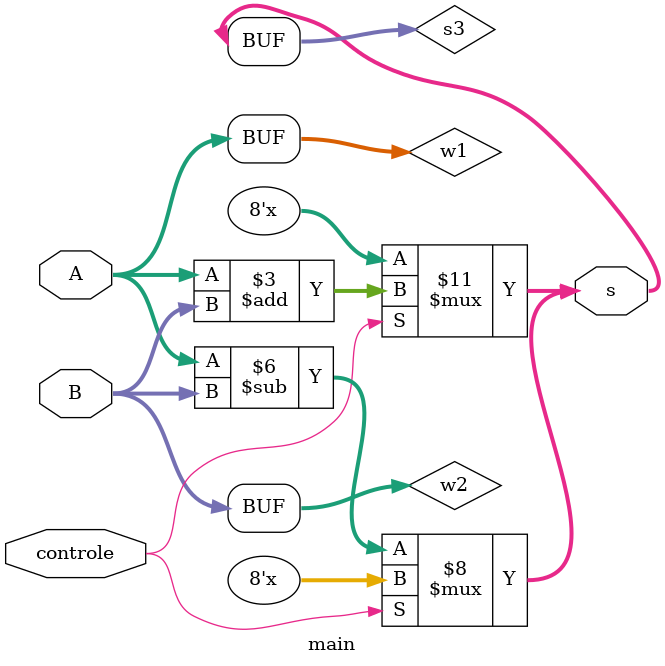
<source format=v>
/* Implemente uma ALU que execute as operações de soma (controle = 1) e
subtração (controle = 0), considerando dois operandos com 8 bits cada. Crie um
testbench para verificar o funcionamento do seu código */

module main(A, B, controle, s);
    input [7:0] A, B; // Entradas de 8 bits
    input controle; // Controle 1 para soma ou 0 para subtração
    output [7:0] s; // Saída de 8 bits
    reg [7:0] s3; // Saída intermediária
    wire [7:0] w1, w2; // Saídas intermediárias

    assign w1 = A; // A recebe fio w1
    assign w2 = B; // B recebe fio w2
    assign s = s3; // atribui registrador s3 à saída

    always @(controle)
    begin
        if(controle == 1'b1) // Se o controle for 1, soma
            s3 = w1 + w2;
    end

    always @(controle)
    begin
        if(controle == 1'b0) // Se o controle for 0, subtrai
            s3 = w1 - w2;
    end

endmodule
</source>
